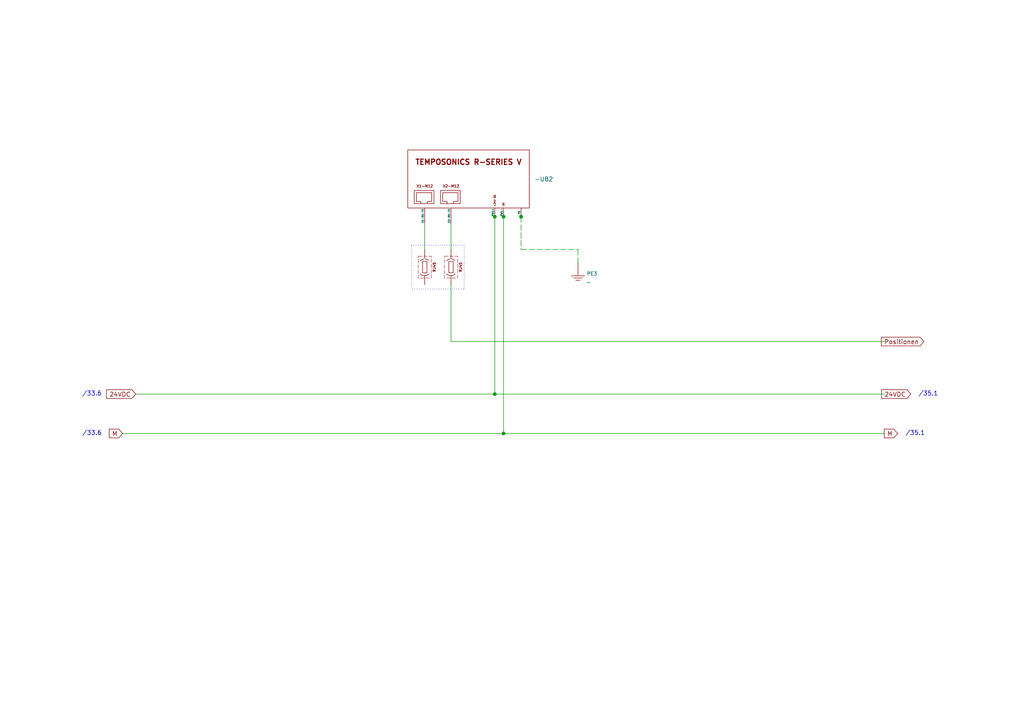
<source format=kicad_sch>
(kicad_sch (version 20250114) (generator "eeschema") (generator_version "9.0")
  (paper "A4")
  (title_block (comment 4 "15"))
  (lib_symbols
    (symbol "devices:Temposonics_(U)" (pin_numbers (hide yes)) (pin_names (offset 0)) (on_board no)
      (property "Reference" "-U" (at -20.574 9.652 0))
      (symbol "Temposonics_(U)_0_1"
        (rectangle (start -17.6212 8.5724) (end 17.6213 -8.2549))
        (rectangle (start -15.748 -3.175) (end -10.033 -6.985))
        (polyline (pts (xy -13.843 -6.985) (xy -13.843 -6.35) (xy -15.113 -6.35) (xy -15.113 -3.81) (xy -10.668 -3.81) (xy -10.668 -6.35) (xy -11.303 -6.35) (xy -11.938 -6.35) (xy -11.938 -6.985)))
        (rectangle (start -8.128 -3.175) (end -2.413 -6.985))
        (polyline (pts (xy -6.223 -6.985) (xy -6.223 -6.35) (xy -7.493 -6.35) (xy -7.493 -3.81) (xy -3.048 -3.81) (xy -3.048 -6.35) (xy -3.683 -6.35) (xy -4.318 -6.35) (xy -4.318 -6.985)))
      )
      (symbol "Temposonics_(U)_1_1"
        (text "X1-M12" (at -12.7 -1.905 0) (effects (font (size 0.762 0.762))))
        (text "X2-M12" (at -5.08 -1.905 0) (effects (font (size 0.762 0.762))))
        (text "TEMPOSONICS R-SERIES V" (at 0 5.08 0) (effects (font (size 1.524 1.524) (thickness 0.3048) (bold yes))))
        (text "+24V DC" (at 7.62 -6.096 900) (effects (font (size 0.508 0.508))))
        (text "0V" (at 10.16 -7.112 900) (effects (font (size 0.508 0.508))))
        (pin bidirectional line (at -12.7 -12.7 90) (length 4.318) (name "X1-RX-TX") (number "X1-RX-TX"))
        (pin bidirectional line (at -5.08 -12.7 90) (length 4.318) (name "X2-RX-TX") (number "X2-RX-TX"))
        (pin unspecified line (at 7.62 -10.795 90) (length 2.54) (name "PW1+") (number "PW1+"))
        (pin unspecified line (at 10.16 -10.795 90) (length 2.54) (name "PW1-") (number "PW1-"))
        (pin unspecified line (at 15.24 -10.795 90) (length 2.54) (name "PE") (number "PE"))
      )
    )
    (symbol "standart:PE" (pin_numbers (hide yes)) (pin_names (hide yes))
      (property "Reference" "PE" (at -3.302 2.794 0))
      (symbol "PE_0_1"
        (polyline (pts (xy -1.905 0) (xy 1.905 0)))
        (polyline (pts (xy -0.635 -1.27) (xy 0.635 -1.27)))
        (polyline (pts (xy 1.27 -0.635) (xy -1.27 -0.635)))
      )
      (symbol "PE_1_1"
        (pin passive line (at 0 3.81 270) (length 3.81) (name "") (number "PE"))
      )
    )
    (symbol "standart:Verbinder_RJ45_(X)" (pin_numbers (hide yes)) (pin_names (offset 0) (hide yes))
      (property "Reference" "-X" (at -5.08 4.318 0))
      (symbol "Verbinder_RJ45_(X)_1_1"
        (rectangle (start -1.905 3.175) (end 1.905 -3.175) (stroke (width 0.1016) (type dash)))
        (bezier (pts (xy -1.2707 1.8206) (xy -0.0007 3.0906) (xy 1.2693 1.8206) (xy 1.2693 1.8206)))
        (rectangle (start -0.635 1.6384) (end 0.635 -1.6384) (fill (type color)))
        (bezier (pts (xy 1.2058 -1.9472) (xy -0.0642 -3.2172) (xy -1.3342 -1.9472) (xy -1.3342 -1.9472)))
        (text "RJ45" (at 2.794 0 900) (effects (font (size 0.762 0.762))))
        (pin bidirectional line (at 0 5.08 270) (length 2.54) (name "1") (number "1"))
        (pin bidirectional line (at 0 -5.08 90) (length 2.54) (name "2") (number "2"))
      )
    )
  )
  (rectangle (start 119.38 71.12) (end 134.62 83.82) (stroke (width 0) (type dot)))
  (rectangle (start 134.62 83.82) (end 134.62 83.82))
  (text "/35.1" (at 265.43 125.73 0) (effects (font (size 1.27 1.27))))
  (text "/33.6" (at 26.67 114.3 0) (effects (font (size 1.27 1.27))))
  (text "/35.1" (at 269.24 114.3 0) (effects (font (size 1.27 1.27))))
  (text "/33.6" (at 26.67 125.73 0) (effects (font (size 1.27 1.27))))
  (junction (at 146.05 62.865))
  (junction (at 143.51 114.3))
  (junction (at 151.13 62.865))
  (junction (at 146.05 125.73))
  (junction (at 143.51 62.865))
  (wire (pts (xy 130.81 64.77) (xy 130.81 72.39)))
  (wire (pts (xy 151.13 62.23) (xy 151.13 62.865)))
  (wire (pts (xy 143.51 114.3) (xy 256.54 114.3)))
  (wire (pts (xy 151.13 62.865) (xy 151.13 72.39)) (stroke (width 0) (type dash)))
  (wire (pts (xy 143.51 62.23) (xy 143.51 62.865)))
  (wire (pts (xy 146.05 125.73) (xy 256.54 125.73)))
  (wire (pts (xy 35.56 125.73) (xy 146.05 125.73)))
  (wire (pts (xy 39.37 114.3) (xy 143.51 114.3)))
  (wire (pts (xy 167.64 72.39) (xy 167.64 76.2)) (stroke (width 0) (type dash)))
  (wire (pts (xy 151.13 72.39) (xy 167.64 72.39)) (stroke (width 0) (type dash)))
  (wire (pts (xy 146.05 62.865) (xy 146.05 125.73)))
  (wire (pts (xy 146.05 62.23) (xy 146.05 62.865)))
  (wire (pts (xy 130.81 82.55) (xy 130.81 99.06)))
  (wire (pts (xy 130.81 99.06) (xy 256.54 99.06)))
  (wire (pts (xy 123.19 64.77) (xy 123.19 72.39)))
  (wire (pts (xy 143.51 62.865) (xy 143.51 114.3)))
  (global_label "Positionen" (shape input) (at 267.97 99.06 180) (property "Intersheetrefs" "${INTERSHEET_REFS}" (effects (hide yes))))
  (global_label "24VDC" (shape input) (at 264.16 114.3 180) (property "Intersheetrefs" "${INTERSHEET_REFS}" (effects (hide yes))))
  (global_label "M" (shape input) (at 260.35 125.73 180) (property "Intersheetrefs" "${INTERSHEET_REFS}" (effects (hide yes))))
  (global_label "24VDC" (shape input) (at 39.37 114.3 180) (property "Intersheetrefs" "${INTERSHEET_REFS}" (effects (hide yes))))
  (global_label "M" (shape input) (at 35.56 125.73 180) (property "Intersheetrefs" "${INTERSHEET_REFS}" (effects (hide yes))))
  (symbol (lib_id "standart:Verbinder_RJ45_(X)") (at 130.81 77.47 0) (unit 1)
    (property "Reference" "-X13" (effects (hide yes)))
    (property "Description" "Verbinder LAN/ RJ45" (effects (hide yes)))
  )
  (symbol (lib_id "devices:Temposonics_(U)") (at 135.89 52.07 0) (unit 1) (on_board no)
    (property "Reference" "-U82" (at 154.94 51.9747 0) (effects (justify left)))
    (property "Description" "Höhen und Beschleunigungssensor" (effects (hide yes)))
    (property "Copyright" "(C) Adam Skotarczak" (effects (hide yes)))
  )
  (symbol (lib_id "standart:PE") (at 167.64 80.01 0) (unit 1)
    (property "Reference" "PE3" (at 170.18 79.3749 0) (effects (font (size 1.016 1.016)) (justify left)))
    (property "Value" "~" (at 170.18 81.9149 0) (effects (justify left)))
  )
  (symbol (lib_id "standart:Verbinder_RJ45_(X)") (at 123.19 77.47 0) (unit 1)
    (property "Reference" "-X10" (effects (hide yes)))
    (property "Description" "Verbinder LAN/ RJ45" (effects (hide yes)))
  )
)
</source>
